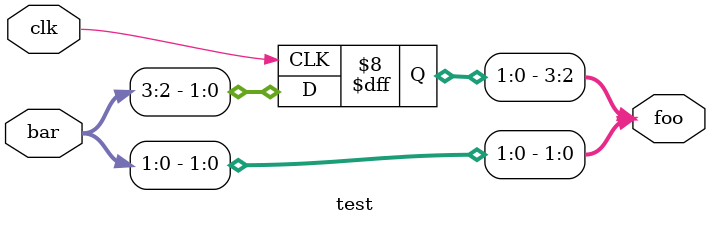
<source format=v>
module test(input clk, input [3:0] bar, output [3:0] foo);
  reg [3:0] foo = 0;
  reg [3:0] last_bar = 0;

  always @*
    foo[1:0] <= bar[1:0];

  always @(posedge clk)
    foo[3:2] <= bar[3:2];

  always @(posedge clk)
    last_bar <= bar;

  assert property (foo == {last_bar[3:2], bar[1:0]});
endmodule

</source>
